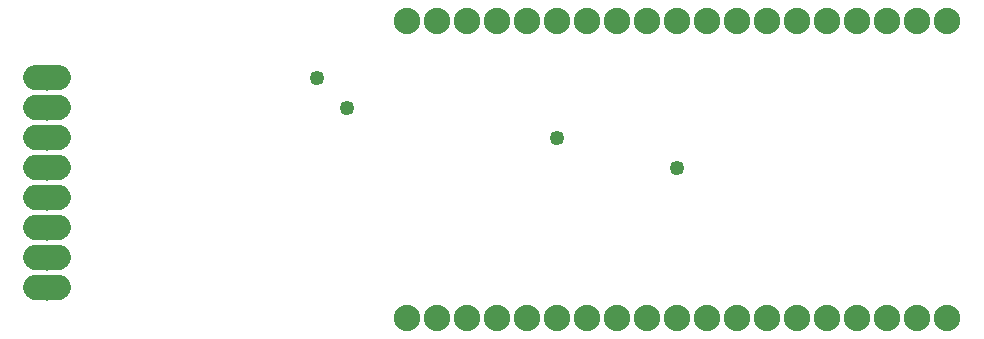
<source format=gbs>
G04 MADE WITH FRITZING*
G04 WWW.FRITZING.ORG*
G04 DOUBLE SIDED*
G04 HOLES PLATED*
G04 CONTOUR ON CENTER OF CONTOUR VECTOR*
%ASAXBY*%
%FSLAX23Y23*%
%MOIN*%
%OFA0B0*%
%SFA1.0B1.0*%
%ADD10C,0.088000*%
%ADD11C,0.084000*%
%ADD12C,0.049370*%
%ADD13R,0.001000X0.001000*%
%LNMASK0*%
G90*
G70*
G54D10*
X1654Y56D03*
X1754Y56D03*
X1854Y56D03*
X1954Y56D03*
X2054Y56D03*
X2154Y56D03*
X2254Y56D03*
X2354Y56D03*
X2454Y56D03*
X2554Y56D03*
X2654Y56D03*
X2754Y56D03*
X2854Y56D03*
X2954Y56D03*
X3054Y56D03*
X3154Y56D03*
X3254Y56D03*
X3354Y56D03*
X3454Y56D03*
X1654Y1045D03*
X1754Y1045D03*
X1854Y1045D03*
X1954Y1045D03*
X2054Y1045D03*
X2154Y1045D03*
X2254Y1045D03*
X2354Y1045D03*
X2454Y1045D03*
X2554Y1045D03*
X2654Y1045D03*
X2754Y1045D03*
X2854Y1045D03*
X2954Y1045D03*
X3054Y1045D03*
X3154Y1045D03*
X3254Y1045D03*
X3354Y1045D03*
X3454Y1045D03*
G54D11*
X454Y856D03*
X454Y756D03*
X454Y656D03*
X454Y556D03*
X454Y456D03*
X454Y356D03*
X454Y256D03*
X454Y156D03*
G54D12*
X2554Y556D03*
X2154Y656D03*
X1454Y756D03*
X1354Y856D03*
G54D13*
X410Y898D02*
X496Y898D01*
X406Y897D02*
X500Y897D01*
X402Y896D02*
X503Y896D01*
X400Y895D02*
X506Y895D01*
X398Y894D02*
X508Y894D01*
X396Y893D02*
X510Y893D01*
X394Y892D02*
X512Y892D01*
X393Y891D02*
X513Y891D01*
X391Y890D02*
X515Y890D01*
X390Y889D02*
X516Y889D01*
X389Y888D02*
X517Y888D01*
X388Y887D02*
X518Y887D01*
X387Y886D02*
X519Y886D01*
X386Y885D02*
X520Y885D01*
X385Y884D02*
X521Y884D01*
X384Y883D02*
X522Y883D01*
X383Y882D02*
X523Y882D01*
X382Y881D02*
X524Y881D01*
X382Y880D02*
X524Y880D01*
X381Y879D02*
X525Y879D01*
X381Y878D02*
X525Y878D01*
X380Y877D02*
X526Y877D01*
X379Y876D02*
X527Y876D01*
X379Y875D02*
X527Y875D01*
X378Y874D02*
X528Y874D01*
X378Y873D02*
X448Y873D01*
X458Y873D02*
X528Y873D01*
X378Y872D02*
X445Y872D01*
X461Y872D02*
X528Y872D01*
X377Y871D02*
X443Y871D01*
X462Y871D02*
X529Y871D01*
X377Y870D02*
X442Y870D01*
X464Y870D02*
X529Y870D01*
X376Y869D02*
X441Y869D01*
X465Y869D02*
X530Y869D01*
X376Y868D02*
X440Y868D01*
X466Y868D02*
X530Y868D01*
X376Y867D02*
X439Y867D01*
X467Y867D02*
X530Y867D01*
X376Y866D02*
X438Y866D01*
X468Y866D02*
X530Y866D01*
X375Y865D02*
X438Y865D01*
X468Y865D02*
X531Y865D01*
X375Y864D02*
X437Y864D01*
X469Y864D02*
X531Y864D01*
X375Y863D02*
X437Y863D01*
X469Y863D02*
X531Y863D01*
X375Y862D02*
X436Y862D01*
X470Y862D02*
X531Y862D01*
X375Y861D02*
X436Y861D01*
X470Y861D02*
X531Y861D01*
X375Y860D02*
X436Y860D01*
X470Y860D02*
X531Y860D01*
X375Y859D02*
X436Y859D01*
X470Y859D02*
X531Y859D01*
X375Y858D02*
X436Y858D01*
X470Y858D02*
X531Y858D01*
X375Y857D02*
X436Y857D01*
X470Y857D02*
X531Y857D01*
X375Y856D02*
X436Y856D01*
X470Y856D02*
X531Y856D01*
X375Y855D02*
X436Y855D01*
X470Y855D02*
X531Y855D01*
X375Y854D02*
X436Y854D01*
X470Y854D02*
X531Y854D01*
X375Y853D02*
X436Y853D01*
X470Y853D02*
X531Y853D01*
X375Y852D02*
X436Y852D01*
X470Y852D02*
X531Y852D01*
X375Y851D02*
X436Y851D01*
X470Y851D02*
X531Y851D01*
X375Y850D02*
X437Y850D01*
X469Y850D02*
X531Y850D01*
X375Y849D02*
X437Y849D01*
X469Y849D02*
X531Y849D01*
X375Y848D02*
X438Y848D01*
X468Y848D02*
X531Y848D01*
X376Y847D02*
X438Y847D01*
X468Y847D02*
X530Y847D01*
X376Y846D02*
X439Y846D01*
X467Y846D02*
X530Y846D01*
X376Y845D02*
X440Y845D01*
X466Y845D02*
X530Y845D01*
X377Y844D02*
X441Y844D01*
X465Y844D02*
X529Y844D01*
X377Y843D02*
X442Y843D01*
X464Y843D02*
X529Y843D01*
X377Y842D02*
X444Y842D01*
X462Y842D02*
X529Y842D01*
X378Y841D02*
X446Y841D01*
X460Y841D02*
X528Y841D01*
X378Y840D02*
X449Y840D01*
X457Y840D02*
X528Y840D01*
X378Y839D02*
X527Y839D01*
X379Y838D02*
X527Y838D01*
X379Y837D02*
X527Y837D01*
X380Y836D02*
X526Y836D01*
X381Y835D02*
X525Y835D01*
X381Y834D02*
X525Y834D01*
X382Y833D02*
X524Y833D01*
X383Y832D02*
X523Y832D01*
X383Y831D02*
X523Y831D01*
X384Y830D02*
X522Y830D01*
X385Y829D02*
X521Y829D01*
X386Y828D02*
X520Y828D01*
X387Y827D02*
X519Y827D01*
X388Y826D02*
X518Y826D01*
X389Y825D02*
X517Y825D01*
X390Y824D02*
X516Y824D01*
X391Y823D02*
X515Y823D01*
X393Y822D02*
X513Y822D01*
X394Y821D02*
X512Y821D01*
X396Y820D02*
X510Y820D01*
X398Y819D02*
X508Y819D01*
X400Y818D02*
X506Y818D01*
X403Y817D02*
X503Y817D01*
X406Y816D02*
X500Y816D01*
X411Y815D02*
X495Y815D01*
X410Y798D02*
X496Y798D01*
X405Y797D02*
X501Y797D01*
X402Y796D02*
X504Y796D01*
X400Y795D02*
X506Y795D01*
X398Y794D02*
X508Y794D01*
X396Y793D02*
X510Y793D01*
X394Y792D02*
X512Y792D01*
X392Y791D02*
X514Y791D01*
X391Y790D02*
X515Y790D01*
X390Y789D02*
X516Y789D01*
X389Y788D02*
X517Y788D01*
X388Y787D02*
X518Y787D01*
X387Y786D02*
X519Y786D01*
X386Y785D02*
X520Y785D01*
X385Y784D02*
X521Y784D01*
X384Y783D02*
X522Y783D01*
X383Y782D02*
X523Y782D01*
X382Y781D02*
X524Y781D01*
X382Y780D02*
X524Y780D01*
X381Y779D02*
X525Y779D01*
X380Y778D02*
X526Y778D01*
X380Y777D02*
X526Y777D01*
X379Y776D02*
X527Y776D01*
X379Y775D02*
X527Y775D01*
X378Y774D02*
X528Y774D01*
X378Y773D02*
X448Y773D01*
X458Y773D02*
X528Y773D01*
X378Y772D02*
X445Y772D01*
X461Y772D02*
X528Y772D01*
X377Y771D02*
X443Y771D01*
X463Y771D02*
X529Y771D01*
X377Y770D02*
X442Y770D01*
X464Y770D02*
X529Y770D01*
X376Y769D02*
X441Y769D01*
X465Y769D02*
X530Y769D01*
X376Y768D02*
X440Y768D01*
X466Y768D02*
X530Y768D01*
X376Y767D02*
X439Y767D01*
X467Y767D02*
X530Y767D01*
X376Y766D02*
X438Y766D01*
X468Y766D02*
X530Y766D01*
X375Y765D02*
X438Y765D01*
X468Y765D02*
X531Y765D01*
X375Y764D02*
X437Y764D01*
X469Y764D02*
X531Y764D01*
X375Y763D02*
X437Y763D01*
X469Y763D02*
X531Y763D01*
X375Y762D02*
X436Y762D01*
X470Y762D02*
X531Y762D01*
X375Y761D02*
X436Y761D01*
X470Y761D02*
X531Y761D01*
X375Y760D02*
X436Y760D01*
X470Y760D02*
X531Y760D01*
X375Y759D02*
X436Y759D01*
X470Y759D02*
X531Y759D01*
X375Y758D02*
X436Y758D01*
X470Y758D02*
X531Y758D01*
X375Y757D02*
X436Y757D01*
X470Y757D02*
X531Y757D01*
X375Y756D02*
X436Y756D01*
X470Y756D02*
X531Y756D01*
X375Y755D02*
X436Y755D01*
X470Y755D02*
X531Y755D01*
X375Y754D02*
X436Y754D01*
X470Y754D02*
X531Y754D01*
X375Y753D02*
X436Y753D01*
X470Y753D02*
X531Y753D01*
X375Y752D02*
X436Y752D01*
X470Y752D02*
X531Y752D01*
X375Y751D02*
X436Y751D01*
X470Y751D02*
X531Y751D01*
X375Y750D02*
X437Y750D01*
X469Y750D02*
X531Y750D01*
X375Y749D02*
X437Y749D01*
X469Y749D02*
X531Y749D01*
X375Y748D02*
X438Y748D01*
X468Y748D02*
X531Y748D01*
X376Y747D02*
X438Y747D01*
X467Y747D02*
X530Y747D01*
X376Y746D02*
X439Y746D01*
X467Y746D02*
X530Y746D01*
X376Y745D02*
X440Y745D01*
X466Y745D02*
X530Y745D01*
X377Y744D02*
X441Y744D01*
X465Y744D02*
X529Y744D01*
X377Y743D02*
X442Y743D01*
X464Y743D02*
X529Y743D01*
X377Y742D02*
X444Y742D01*
X462Y742D02*
X529Y742D01*
X378Y741D02*
X446Y741D01*
X460Y741D02*
X528Y741D01*
X378Y740D02*
X449Y740D01*
X457Y740D02*
X528Y740D01*
X379Y739D02*
X527Y739D01*
X379Y738D02*
X527Y738D01*
X380Y737D02*
X526Y737D01*
X380Y736D02*
X526Y736D01*
X381Y735D02*
X525Y735D01*
X381Y734D02*
X525Y734D01*
X382Y733D02*
X524Y733D01*
X383Y732D02*
X523Y732D01*
X383Y731D02*
X523Y731D01*
X384Y730D02*
X522Y730D01*
X385Y729D02*
X521Y729D01*
X386Y728D02*
X520Y728D01*
X387Y727D02*
X519Y727D01*
X388Y726D02*
X518Y726D01*
X389Y725D02*
X517Y725D01*
X390Y724D02*
X516Y724D01*
X392Y723D02*
X514Y723D01*
X393Y722D02*
X513Y722D01*
X395Y721D02*
X511Y721D01*
X396Y720D02*
X510Y720D01*
X398Y719D02*
X508Y719D01*
X400Y718D02*
X506Y718D01*
X403Y717D02*
X503Y717D01*
X407Y716D02*
X499Y716D01*
X412Y715D02*
X494Y715D01*
X409Y698D02*
X497Y698D01*
X405Y697D02*
X501Y697D01*
X402Y696D02*
X504Y696D01*
X400Y695D02*
X506Y695D01*
X397Y694D02*
X509Y694D01*
X396Y693D02*
X510Y693D01*
X394Y692D02*
X512Y692D01*
X392Y691D02*
X514Y691D01*
X391Y690D02*
X515Y690D01*
X390Y689D02*
X516Y689D01*
X389Y688D02*
X517Y688D01*
X387Y687D02*
X519Y687D01*
X386Y686D02*
X520Y686D01*
X386Y685D02*
X520Y685D01*
X385Y684D02*
X521Y684D01*
X384Y683D02*
X522Y683D01*
X383Y682D02*
X523Y682D01*
X382Y681D02*
X524Y681D01*
X382Y680D02*
X524Y680D01*
X381Y679D02*
X525Y679D01*
X380Y678D02*
X526Y678D01*
X380Y677D02*
X526Y677D01*
X379Y676D02*
X527Y676D01*
X379Y675D02*
X527Y675D01*
X378Y674D02*
X528Y674D01*
X378Y673D02*
X448Y673D01*
X458Y673D02*
X528Y673D01*
X377Y672D02*
X445Y672D01*
X461Y672D02*
X528Y672D01*
X377Y671D02*
X443Y671D01*
X463Y671D02*
X529Y671D01*
X377Y670D02*
X442Y670D01*
X464Y670D02*
X529Y670D01*
X376Y669D02*
X441Y669D01*
X465Y669D02*
X530Y669D01*
X376Y668D02*
X440Y668D01*
X466Y668D02*
X530Y668D01*
X376Y667D02*
X439Y667D01*
X467Y667D02*
X530Y667D01*
X376Y666D02*
X438Y666D01*
X468Y666D02*
X530Y666D01*
X375Y665D02*
X438Y665D01*
X468Y665D02*
X531Y665D01*
X375Y664D02*
X437Y664D01*
X469Y664D02*
X531Y664D01*
X375Y663D02*
X437Y663D01*
X469Y663D02*
X531Y663D01*
X375Y662D02*
X436Y662D01*
X470Y662D02*
X531Y662D01*
X375Y661D02*
X436Y661D01*
X470Y661D02*
X531Y661D01*
X375Y660D02*
X436Y660D01*
X470Y660D02*
X531Y660D01*
X375Y659D02*
X436Y659D01*
X470Y659D02*
X531Y659D01*
X375Y658D02*
X436Y658D01*
X470Y658D02*
X531Y658D01*
X375Y657D02*
X436Y657D01*
X470Y657D02*
X531Y657D01*
X375Y656D02*
X436Y656D01*
X470Y656D02*
X531Y656D01*
X375Y655D02*
X436Y655D01*
X470Y655D02*
X531Y655D01*
X375Y654D02*
X436Y654D01*
X470Y654D02*
X531Y654D01*
X375Y653D02*
X436Y653D01*
X470Y653D02*
X531Y653D01*
X375Y652D02*
X436Y652D01*
X470Y652D02*
X531Y652D01*
X375Y651D02*
X436Y651D01*
X470Y651D02*
X531Y651D01*
X375Y650D02*
X437Y650D01*
X469Y650D02*
X531Y650D01*
X375Y649D02*
X437Y649D01*
X469Y649D02*
X531Y649D01*
X375Y648D02*
X438Y648D01*
X468Y648D02*
X530Y648D01*
X376Y647D02*
X439Y647D01*
X467Y647D02*
X530Y647D01*
X376Y646D02*
X439Y646D01*
X467Y646D02*
X530Y646D01*
X376Y645D02*
X440Y645D01*
X466Y645D02*
X530Y645D01*
X377Y644D02*
X441Y644D01*
X465Y644D02*
X529Y644D01*
X377Y643D02*
X443Y643D01*
X463Y643D02*
X529Y643D01*
X377Y642D02*
X444Y642D01*
X462Y642D02*
X529Y642D01*
X378Y641D02*
X446Y641D01*
X460Y641D02*
X528Y641D01*
X378Y640D02*
X450Y640D01*
X456Y640D02*
X528Y640D01*
X379Y639D02*
X527Y639D01*
X379Y638D02*
X527Y638D01*
X380Y637D02*
X526Y637D01*
X380Y636D02*
X526Y636D01*
X381Y635D02*
X525Y635D01*
X381Y634D02*
X525Y634D01*
X382Y633D02*
X524Y633D01*
X383Y632D02*
X523Y632D01*
X383Y631D02*
X523Y631D01*
X384Y630D02*
X522Y630D01*
X385Y629D02*
X521Y629D01*
X386Y628D02*
X520Y628D01*
X387Y627D02*
X519Y627D01*
X388Y626D02*
X518Y626D01*
X389Y625D02*
X517Y625D01*
X390Y624D02*
X516Y624D01*
X392Y623D02*
X514Y623D01*
X393Y622D02*
X513Y622D01*
X395Y621D02*
X511Y621D01*
X396Y620D02*
X510Y620D01*
X398Y619D02*
X508Y619D01*
X401Y618D02*
X505Y618D01*
X403Y617D02*
X503Y617D01*
X407Y616D02*
X499Y616D01*
X412Y615D02*
X494Y615D01*
X409Y598D02*
X497Y598D01*
X405Y597D02*
X501Y597D01*
X402Y596D02*
X504Y596D01*
X399Y595D02*
X507Y595D01*
X397Y594D02*
X509Y594D01*
X395Y593D02*
X511Y593D01*
X394Y592D02*
X512Y592D01*
X392Y591D02*
X514Y591D01*
X391Y590D02*
X515Y590D01*
X390Y589D02*
X516Y589D01*
X388Y588D02*
X518Y588D01*
X387Y587D02*
X519Y587D01*
X386Y586D02*
X520Y586D01*
X385Y585D02*
X521Y585D01*
X385Y584D02*
X521Y584D01*
X384Y583D02*
X522Y583D01*
X383Y582D02*
X523Y582D01*
X382Y581D02*
X524Y581D01*
X382Y580D02*
X524Y580D01*
X381Y579D02*
X525Y579D01*
X380Y578D02*
X526Y578D01*
X380Y577D02*
X526Y577D01*
X379Y576D02*
X527Y576D01*
X379Y575D02*
X527Y575D01*
X378Y574D02*
X528Y574D01*
X378Y573D02*
X447Y573D01*
X459Y573D02*
X528Y573D01*
X377Y572D02*
X445Y572D01*
X461Y572D02*
X528Y572D01*
X377Y571D02*
X443Y571D01*
X463Y571D02*
X529Y571D01*
X377Y570D02*
X442Y570D01*
X464Y570D02*
X529Y570D01*
X376Y569D02*
X441Y569D01*
X465Y569D02*
X530Y569D01*
X376Y568D02*
X440Y568D01*
X466Y568D02*
X530Y568D01*
X376Y567D02*
X439Y567D01*
X467Y567D02*
X530Y567D01*
X376Y566D02*
X438Y566D01*
X468Y566D02*
X530Y566D01*
X375Y565D02*
X438Y565D01*
X468Y565D02*
X531Y565D01*
X375Y564D02*
X437Y564D01*
X469Y564D02*
X531Y564D01*
X375Y563D02*
X437Y563D01*
X469Y563D02*
X531Y563D01*
X375Y562D02*
X436Y562D01*
X470Y562D02*
X531Y562D01*
X375Y561D02*
X436Y561D01*
X470Y561D02*
X531Y561D01*
X375Y560D02*
X436Y560D01*
X470Y560D02*
X531Y560D01*
X375Y559D02*
X436Y559D01*
X470Y559D02*
X531Y559D01*
X375Y558D02*
X436Y558D01*
X470Y558D02*
X531Y558D01*
X375Y557D02*
X436Y557D01*
X470Y557D02*
X531Y557D01*
X375Y556D02*
X436Y556D01*
X470Y556D02*
X531Y556D01*
X375Y555D02*
X436Y555D01*
X470Y555D02*
X531Y555D01*
X375Y554D02*
X436Y554D01*
X470Y554D02*
X531Y554D01*
X375Y553D02*
X436Y553D01*
X470Y553D02*
X531Y553D01*
X375Y552D02*
X436Y552D01*
X470Y552D02*
X531Y552D01*
X375Y551D02*
X436Y551D01*
X469Y551D02*
X531Y551D01*
X375Y550D02*
X437Y550D01*
X469Y550D02*
X531Y550D01*
X375Y549D02*
X437Y549D01*
X469Y549D02*
X531Y549D01*
X376Y548D02*
X438Y548D01*
X468Y548D02*
X530Y548D01*
X376Y547D02*
X439Y547D01*
X467Y547D02*
X530Y547D01*
X376Y546D02*
X439Y546D01*
X467Y546D02*
X530Y546D01*
X376Y545D02*
X440Y545D01*
X466Y545D02*
X530Y545D01*
X377Y544D02*
X441Y544D01*
X465Y544D02*
X529Y544D01*
X377Y543D02*
X443Y543D01*
X463Y543D02*
X529Y543D01*
X377Y542D02*
X444Y542D01*
X462Y542D02*
X529Y542D01*
X378Y541D02*
X446Y541D01*
X460Y541D02*
X528Y541D01*
X378Y540D02*
X451Y540D01*
X455Y540D02*
X528Y540D01*
X379Y539D02*
X527Y539D01*
X379Y538D02*
X527Y538D01*
X380Y537D02*
X526Y537D01*
X380Y536D02*
X526Y536D01*
X381Y535D02*
X525Y535D01*
X381Y534D02*
X525Y534D01*
X382Y533D02*
X524Y533D01*
X383Y532D02*
X523Y532D01*
X383Y531D02*
X522Y531D01*
X384Y530D02*
X522Y530D01*
X385Y529D02*
X521Y529D01*
X386Y528D02*
X520Y528D01*
X387Y527D02*
X519Y527D01*
X388Y526D02*
X518Y526D01*
X389Y525D02*
X517Y525D01*
X390Y524D02*
X516Y524D01*
X392Y523D02*
X514Y523D01*
X393Y522D02*
X513Y522D01*
X395Y521D02*
X511Y521D01*
X397Y520D02*
X509Y520D01*
X399Y519D02*
X507Y519D01*
X401Y518D02*
X505Y518D01*
X404Y517D02*
X502Y517D01*
X407Y516D02*
X499Y516D01*
X414Y515D02*
X492Y515D01*
X408Y498D02*
X498Y498D01*
X404Y497D02*
X502Y497D01*
X402Y496D02*
X504Y496D01*
X399Y495D02*
X507Y495D01*
X397Y494D02*
X509Y494D01*
X395Y493D02*
X511Y493D01*
X394Y492D02*
X512Y492D01*
X392Y491D02*
X514Y491D01*
X391Y490D02*
X515Y490D01*
X389Y489D02*
X516Y489D01*
X388Y488D02*
X518Y488D01*
X387Y487D02*
X519Y487D01*
X386Y486D02*
X520Y486D01*
X385Y485D02*
X521Y485D01*
X384Y484D02*
X522Y484D01*
X384Y483D02*
X522Y483D01*
X383Y482D02*
X523Y482D01*
X382Y481D02*
X524Y481D01*
X382Y480D02*
X524Y480D01*
X381Y479D02*
X525Y479D01*
X380Y478D02*
X526Y478D01*
X380Y477D02*
X526Y477D01*
X379Y476D02*
X527Y476D01*
X379Y475D02*
X527Y475D01*
X378Y474D02*
X528Y474D01*
X378Y473D02*
X447Y473D01*
X459Y473D02*
X528Y473D01*
X377Y472D02*
X445Y472D01*
X461Y472D02*
X529Y472D01*
X377Y471D02*
X443Y471D01*
X463Y471D02*
X529Y471D01*
X377Y470D02*
X442Y470D01*
X464Y470D02*
X529Y470D01*
X376Y469D02*
X441Y469D01*
X465Y469D02*
X530Y469D01*
X376Y468D02*
X440Y468D01*
X466Y468D02*
X530Y468D01*
X376Y467D02*
X439Y467D01*
X467Y467D02*
X530Y467D01*
X376Y466D02*
X438Y466D01*
X468Y466D02*
X530Y466D01*
X375Y465D02*
X438Y465D01*
X468Y465D02*
X531Y465D01*
X375Y464D02*
X437Y464D01*
X469Y464D02*
X531Y464D01*
X375Y463D02*
X437Y463D01*
X469Y463D02*
X531Y463D01*
X375Y462D02*
X436Y462D01*
X470Y462D02*
X531Y462D01*
X375Y461D02*
X436Y461D01*
X470Y461D02*
X531Y461D01*
X375Y460D02*
X436Y460D01*
X470Y460D02*
X531Y460D01*
X375Y459D02*
X436Y459D01*
X470Y459D02*
X531Y459D01*
X375Y458D02*
X436Y458D01*
X470Y458D02*
X531Y458D01*
X375Y457D02*
X436Y457D01*
X470Y457D02*
X531Y457D01*
X375Y456D02*
X436Y456D01*
X470Y456D02*
X531Y456D01*
X375Y455D02*
X436Y455D01*
X470Y455D02*
X531Y455D01*
X375Y454D02*
X436Y454D01*
X470Y454D02*
X531Y454D01*
X375Y453D02*
X436Y453D01*
X470Y453D02*
X531Y453D01*
X375Y452D02*
X436Y452D01*
X470Y452D02*
X531Y452D01*
X375Y451D02*
X437Y451D01*
X469Y451D02*
X531Y451D01*
X375Y450D02*
X437Y450D01*
X469Y450D02*
X531Y450D01*
X375Y449D02*
X437Y449D01*
X469Y449D02*
X531Y449D01*
X376Y448D02*
X438Y448D01*
X468Y448D02*
X530Y448D01*
X376Y447D02*
X439Y447D01*
X467Y447D02*
X530Y447D01*
X376Y446D02*
X440Y446D01*
X466Y446D02*
X530Y446D01*
X376Y445D02*
X440Y445D01*
X466Y445D02*
X530Y445D01*
X377Y444D02*
X442Y444D01*
X464Y444D02*
X529Y444D01*
X377Y443D02*
X443Y443D01*
X463Y443D02*
X529Y443D01*
X377Y442D02*
X444Y442D01*
X462Y442D02*
X529Y442D01*
X378Y441D02*
X446Y441D01*
X460Y441D02*
X528Y441D01*
X378Y440D02*
X452Y440D01*
X454Y440D02*
X528Y440D01*
X379Y439D02*
X527Y439D01*
X379Y438D02*
X527Y438D01*
X380Y437D02*
X526Y437D01*
X380Y436D02*
X526Y436D01*
X381Y435D02*
X525Y435D01*
X381Y434D02*
X525Y434D01*
X382Y433D02*
X524Y433D01*
X383Y432D02*
X523Y432D01*
X384Y431D02*
X522Y431D01*
X384Y430D02*
X522Y430D01*
X385Y429D02*
X521Y429D01*
X386Y428D02*
X520Y428D01*
X387Y427D02*
X519Y427D01*
X388Y426D02*
X518Y426D01*
X389Y425D02*
X517Y425D01*
X391Y424D02*
X515Y424D01*
X392Y423D02*
X514Y423D01*
X393Y422D02*
X513Y422D01*
X395Y421D02*
X511Y421D01*
X397Y420D02*
X509Y420D01*
X399Y419D02*
X507Y419D01*
X401Y418D02*
X505Y418D01*
X404Y417D02*
X502Y417D01*
X407Y416D02*
X498Y416D01*
X416Y415D02*
X490Y415D01*
X408Y398D02*
X498Y398D01*
X404Y397D02*
X502Y397D01*
X401Y396D02*
X505Y396D01*
X399Y395D02*
X507Y395D01*
X397Y394D02*
X509Y394D01*
X395Y393D02*
X511Y393D01*
X393Y392D02*
X513Y392D01*
X392Y391D02*
X514Y391D01*
X391Y390D02*
X515Y390D01*
X389Y389D02*
X517Y389D01*
X388Y388D02*
X518Y388D01*
X387Y387D02*
X519Y387D01*
X386Y386D02*
X520Y386D01*
X385Y385D02*
X521Y385D01*
X384Y384D02*
X522Y384D01*
X384Y383D02*
X522Y383D01*
X383Y382D02*
X523Y382D01*
X382Y381D02*
X524Y381D01*
X381Y380D02*
X525Y380D01*
X381Y379D02*
X525Y379D01*
X380Y378D02*
X526Y378D01*
X380Y377D02*
X526Y377D01*
X379Y376D02*
X527Y376D01*
X379Y375D02*
X527Y375D01*
X378Y374D02*
X528Y374D01*
X378Y373D02*
X447Y373D01*
X459Y373D02*
X528Y373D01*
X377Y372D02*
X445Y372D01*
X461Y372D02*
X529Y372D01*
X377Y371D02*
X443Y371D01*
X463Y371D02*
X529Y371D01*
X377Y370D02*
X442Y370D01*
X464Y370D02*
X529Y370D01*
X376Y369D02*
X441Y369D01*
X465Y369D02*
X530Y369D01*
X376Y368D02*
X440Y368D01*
X466Y368D02*
X530Y368D01*
X376Y367D02*
X439Y367D01*
X467Y367D02*
X530Y367D01*
X376Y366D02*
X438Y366D01*
X468Y366D02*
X530Y366D01*
X375Y365D02*
X437Y365D01*
X468Y365D02*
X531Y365D01*
X375Y364D02*
X437Y364D01*
X469Y364D02*
X531Y364D01*
X375Y363D02*
X437Y363D01*
X469Y363D02*
X531Y363D01*
X375Y362D02*
X436Y362D01*
X470Y362D02*
X531Y362D01*
X375Y361D02*
X436Y361D01*
X470Y361D02*
X531Y361D01*
X375Y360D02*
X436Y360D01*
X470Y360D02*
X531Y360D01*
X375Y359D02*
X436Y359D01*
X470Y359D02*
X531Y359D01*
X375Y358D02*
X436Y358D01*
X470Y358D02*
X531Y358D01*
X375Y357D02*
X436Y357D01*
X470Y357D02*
X531Y357D01*
X375Y356D02*
X436Y356D01*
X470Y356D02*
X531Y356D01*
X375Y355D02*
X436Y355D01*
X470Y355D02*
X531Y355D01*
X375Y354D02*
X436Y354D01*
X470Y354D02*
X531Y354D01*
X375Y353D02*
X436Y353D01*
X470Y353D02*
X531Y353D01*
X375Y352D02*
X436Y352D01*
X470Y352D02*
X531Y352D01*
X375Y351D02*
X437Y351D01*
X469Y351D02*
X531Y351D01*
X375Y350D02*
X437Y350D01*
X469Y350D02*
X531Y350D01*
X375Y349D02*
X437Y349D01*
X468Y349D02*
X531Y349D01*
X376Y348D02*
X438Y348D01*
X468Y348D02*
X530Y348D01*
X376Y347D02*
X439Y347D01*
X467Y347D02*
X530Y347D01*
X376Y346D02*
X440Y346D01*
X466Y346D02*
X530Y346D01*
X376Y345D02*
X440Y345D01*
X465Y345D02*
X530Y345D01*
X377Y344D02*
X442Y344D01*
X464Y344D02*
X529Y344D01*
X377Y343D02*
X443Y343D01*
X463Y343D02*
X529Y343D01*
X377Y342D02*
X445Y342D01*
X461Y342D02*
X529Y342D01*
X378Y341D02*
X447Y341D01*
X459Y341D02*
X528Y341D01*
X378Y340D02*
X528Y340D01*
X379Y339D02*
X527Y339D01*
X379Y338D02*
X527Y338D01*
X380Y337D02*
X526Y337D01*
X380Y336D02*
X526Y336D01*
X381Y335D02*
X525Y335D01*
X381Y334D02*
X525Y334D01*
X382Y333D02*
X524Y333D01*
X383Y332D02*
X523Y332D01*
X384Y331D02*
X522Y331D01*
X384Y330D02*
X522Y330D01*
X385Y329D02*
X521Y329D01*
X386Y328D02*
X520Y328D01*
X387Y327D02*
X519Y327D01*
X388Y326D02*
X518Y326D01*
X389Y325D02*
X517Y325D01*
X391Y324D02*
X515Y324D01*
X392Y323D02*
X514Y323D01*
X393Y322D02*
X513Y322D01*
X395Y321D02*
X511Y321D01*
X397Y320D02*
X509Y320D01*
X399Y319D02*
X507Y319D01*
X401Y318D02*
X505Y318D01*
X404Y317D02*
X502Y317D01*
X408Y316D02*
X498Y316D01*
X416Y299D02*
X490Y299D01*
X408Y298D02*
X498Y298D01*
X404Y297D02*
X502Y297D01*
X401Y296D02*
X505Y296D01*
X399Y295D02*
X507Y295D01*
X397Y294D02*
X509Y294D01*
X395Y293D02*
X511Y293D01*
X393Y292D02*
X513Y292D01*
X392Y291D02*
X514Y291D01*
X391Y290D02*
X515Y290D01*
X389Y289D02*
X517Y289D01*
X388Y288D02*
X518Y288D01*
X387Y287D02*
X519Y287D01*
X386Y286D02*
X520Y286D01*
X385Y285D02*
X521Y285D01*
X384Y284D02*
X522Y284D01*
X384Y283D02*
X522Y283D01*
X383Y282D02*
X523Y282D01*
X382Y281D02*
X524Y281D01*
X381Y280D02*
X525Y280D01*
X381Y279D02*
X525Y279D01*
X380Y278D02*
X526Y278D01*
X380Y277D02*
X526Y277D01*
X379Y276D02*
X527Y276D01*
X379Y275D02*
X527Y275D01*
X378Y274D02*
X452Y274D01*
X454Y274D02*
X528Y274D01*
X378Y273D02*
X446Y273D01*
X460Y273D02*
X528Y273D01*
X377Y272D02*
X444Y272D01*
X462Y272D02*
X529Y272D01*
X377Y271D02*
X443Y271D01*
X463Y271D02*
X529Y271D01*
X377Y270D02*
X442Y270D01*
X464Y270D02*
X529Y270D01*
X376Y269D02*
X440Y269D01*
X466Y269D02*
X530Y269D01*
X376Y268D02*
X440Y268D01*
X466Y268D02*
X530Y268D01*
X376Y267D02*
X439Y267D01*
X467Y267D02*
X530Y267D01*
X376Y266D02*
X438Y266D01*
X468Y266D02*
X530Y266D01*
X375Y265D02*
X437Y265D01*
X469Y265D02*
X531Y265D01*
X375Y264D02*
X437Y264D01*
X469Y264D02*
X531Y264D01*
X375Y263D02*
X437Y263D01*
X469Y263D02*
X531Y263D01*
X375Y262D02*
X436Y262D01*
X470Y262D02*
X531Y262D01*
X375Y261D02*
X436Y261D01*
X470Y261D02*
X531Y261D01*
X375Y260D02*
X436Y260D01*
X470Y260D02*
X531Y260D01*
X375Y259D02*
X436Y259D01*
X470Y259D02*
X531Y259D01*
X375Y258D02*
X436Y258D01*
X470Y258D02*
X531Y258D01*
X375Y257D02*
X436Y257D01*
X470Y257D02*
X531Y257D01*
X375Y256D02*
X436Y256D01*
X470Y256D02*
X531Y256D01*
X375Y255D02*
X436Y255D01*
X470Y255D02*
X531Y255D01*
X375Y254D02*
X436Y254D01*
X470Y254D02*
X531Y254D01*
X375Y253D02*
X436Y253D01*
X470Y253D02*
X531Y253D01*
X375Y252D02*
X436Y252D01*
X470Y252D02*
X531Y252D01*
X375Y251D02*
X437Y251D01*
X469Y251D02*
X531Y251D01*
X375Y250D02*
X437Y250D01*
X469Y250D02*
X531Y250D01*
X375Y249D02*
X438Y249D01*
X468Y249D02*
X531Y249D01*
X376Y248D02*
X438Y248D01*
X468Y248D02*
X530Y248D01*
X376Y247D02*
X439Y247D01*
X467Y247D02*
X530Y247D01*
X376Y246D02*
X440Y246D01*
X466Y246D02*
X530Y246D01*
X376Y245D02*
X441Y245D01*
X465Y245D02*
X530Y245D01*
X377Y244D02*
X442Y244D01*
X464Y244D02*
X529Y244D01*
X377Y243D02*
X443Y243D01*
X463Y243D02*
X529Y243D01*
X377Y242D02*
X445Y242D01*
X461Y242D02*
X529Y242D01*
X378Y241D02*
X447Y241D01*
X459Y241D02*
X528Y241D01*
X378Y240D02*
X528Y240D01*
X379Y239D02*
X527Y239D01*
X379Y238D02*
X527Y238D01*
X380Y237D02*
X526Y237D01*
X380Y236D02*
X526Y236D01*
X381Y235D02*
X525Y235D01*
X382Y234D02*
X524Y234D01*
X382Y233D02*
X524Y233D01*
X383Y232D02*
X523Y232D01*
X384Y231D02*
X522Y231D01*
X384Y230D02*
X522Y230D01*
X385Y229D02*
X521Y229D01*
X386Y228D02*
X520Y228D01*
X387Y227D02*
X519Y227D01*
X388Y226D02*
X518Y226D01*
X389Y225D02*
X517Y225D01*
X391Y224D02*
X515Y224D01*
X392Y223D02*
X514Y223D01*
X394Y222D02*
X512Y222D01*
X395Y221D02*
X511Y221D01*
X397Y220D02*
X509Y220D01*
X399Y219D02*
X507Y219D01*
X402Y218D02*
X504Y218D01*
X404Y217D02*
X502Y217D01*
X408Y216D02*
X498Y216D01*
X414Y199D02*
X492Y199D01*
X407Y198D02*
X499Y198D01*
X404Y197D02*
X502Y197D01*
X401Y196D02*
X505Y196D01*
X399Y195D02*
X507Y195D01*
X397Y194D02*
X509Y194D01*
X395Y193D02*
X511Y193D01*
X393Y192D02*
X513Y192D01*
X392Y191D02*
X514Y191D01*
X390Y190D02*
X516Y190D01*
X389Y189D02*
X517Y189D01*
X388Y188D02*
X518Y188D01*
X387Y187D02*
X519Y187D01*
X386Y186D02*
X520Y186D01*
X385Y185D02*
X521Y185D01*
X384Y184D02*
X522Y184D01*
X383Y183D02*
X522Y183D01*
X383Y182D02*
X523Y182D01*
X382Y181D02*
X524Y181D01*
X381Y180D02*
X525Y180D01*
X381Y179D02*
X525Y179D01*
X380Y178D02*
X526Y178D01*
X380Y177D02*
X526Y177D01*
X379Y176D02*
X527Y176D01*
X379Y175D02*
X527Y175D01*
X378Y174D02*
X451Y174D01*
X455Y174D02*
X528Y174D01*
X378Y173D02*
X446Y173D01*
X460Y173D02*
X528Y173D01*
X377Y172D02*
X444Y172D01*
X462Y172D02*
X529Y172D01*
X377Y171D02*
X443Y171D01*
X463Y171D02*
X529Y171D01*
X377Y170D02*
X441Y170D01*
X465Y170D02*
X529Y170D01*
X376Y169D02*
X440Y169D01*
X466Y169D02*
X530Y169D01*
X376Y168D02*
X439Y168D01*
X466Y168D02*
X530Y168D01*
X376Y167D02*
X439Y167D01*
X467Y167D02*
X530Y167D01*
X376Y166D02*
X438Y166D01*
X468Y166D02*
X530Y166D01*
X375Y165D02*
X437Y165D01*
X469Y165D02*
X531Y165D01*
X375Y164D02*
X437Y164D01*
X469Y164D02*
X531Y164D01*
X375Y163D02*
X436Y163D01*
X469Y163D02*
X531Y163D01*
X375Y162D02*
X436Y162D01*
X470Y162D02*
X531Y162D01*
X375Y161D02*
X436Y161D01*
X470Y161D02*
X531Y161D01*
X375Y160D02*
X436Y160D01*
X470Y160D02*
X531Y160D01*
X375Y159D02*
X436Y159D01*
X470Y159D02*
X531Y159D01*
X375Y158D02*
X436Y158D01*
X470Y158D02*
X531Y158D01*
X375Y157D02*
X436Y157D01*
X470Y157D02*
X531Y157D01*
X375Y156D02*
X436Y156D01*
X470Y156D02*
X531Y156D01*
X375Y155D02*
X436Y155D01*
X470Y155D02*
X531Y155D01*
X375Y154D02*
X436Y154D01*
X470Y154D02*
X531Y154D01*
X375Y153D02*
X436Y153D01*
X470Y153D02*
X531Y153D01*
X375Y152D02*
X436Y152D01*
X470Y152D02*
X531Y152D01*
X375Y151D02*
X437Y151D01*
X469Y151D02*
X531Y151D01*
X375Y150D02*
X437Y150D01*
X469Y150D02*
X531Y150D01*
X375Y149D02*
X438Y149D01*
X468Y149D02*
X531Y149D01*
X376Y148D02*
X438Y148D01*
X468Y148D02*
X530Y148D01*
X376Y147D02*
X439Y147D01*
X467Y147D02*
X530Y147D01*
X376Y146D02*
X440Y146D01*
X466Y146D02*
X530Y146D01*
X376Y145D02*
X441Y145D01*
X465Y145D02*
X530Y145D01*
X377Y144D02*
X442Y144D01*
X464Y144D02*
X529Y144D01*
X377Y143D02*
X443Y143D01*
X463Y143D02*
X529Y143D01*
X377Y142D02*
X445Y142D01*
X461Y142D02*
X528Y142D01*
X378Y141D02*
X447Y141D01*
X459Y141D02*
X528Y141D01*
X378Y140D02*
X528Y140D01*
X379Y139D02*
X527Y139D01*
X379Y138D02*
X527Y138D01*
X380Y137D02*
X526Y137D01*
X380Y136D02*
X526Y136D01*
X381Y135D02*
X525Y135D01*
X382Y134D02*
X524Y134D01*
X382Y133D02*
X524Y133D01*
X383Y132D02*
X523Y132D01*
X384Y131D02*
X522Y131D01*
X385Y130D02*
X521Y130D01*
X385Y129D02*
X521Y129D01*
X386Y128D02*
X520Y128D01*
X387Y127D02*
X519Y127D01*
X388Y126D02*
X518Y126D01*
X390Y125D02*
X516Y125D01*
X391Y124D02*
X515Y124D01*
X392Y123D02*
X514Y123D01*
X394Y122D02*
X512Y122D01*
X395Y121D02*
X511Y121D01*
X397Y120D02*
X509Y120D01*
X399Y119D02*
X507Y119D01*
X402Y118D02*
X504Y118D01*
X405Y117D02*
X501Y117D01*
X409Y116D02*
X497Y116D01*
D02*
G04 End of Mask0*
M02*
</source>
